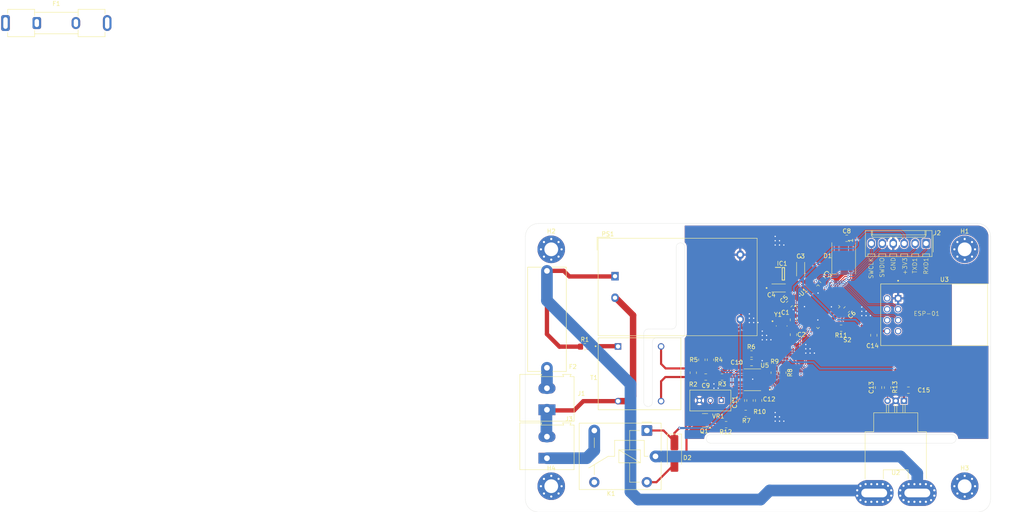
<source format=kicad_pcb>
(kicad_pcb (version 20240108) (generator "pcbnew") (generator_version "8.0")
  (layers (0 "F.Cu" signal) (31 "B.Cu" signal) (34 "B.Paste" user) (35 "F.Paste" user) (36 "B.SilkS" user "B.Silkscreen") (37 "F.SilkS" user "F.Silkscreen") (38 "B.Mask" user) (39 "F.Mask" user) (44 "Edge.Cuts" user))
  (net 0 "")
  (net 1 "GND")
  (net 2 "Net-(U1-PH0)")
  (net 3 "Net-(U1-PH1)")
  (net 4 "+3V3")
  (net 16 "SWDIO")
  (net 18 "RXD1")
  (net 34 "+5V")
  (net 36 "PIN_LED_RGB")
  (net 37 "Net-(C9-Pad1)")
  (net 38 "Net-(C9-Pad2)")
  (net 39 "Net-(U5-2OUT)")
  (net 40 "Net-(U5-2IN-)")
  (net 41 "Net-(C11-Pad2)")
  (net 42 "Net-(C11-Pad1)")
  (net 43 "Net-(U5-1IN-)")
  (net 44 "PIN_ZMPT101B")
  (net 45 "F{slash}N-1")
  (net 46 "F{slash}N-2")
  (net 47 "Net-(R1-Pad2)")
  (net 48 "Net-(U5-2IN+)")
  (net 49 "Net-(U5-1IN+)")
  (net 50 "PIN_ACS758")
  (net 51 "TXD1")
  (net 52 "SWCLK")
  (net 53 "NRST")
  (net 54 "Net-(D2-A)")
  (net 56 "Net-(Q1-B)")
  (net 57 "PIN_RELAY")
  (net 58 "Net-(J1-Pin_2)")
  (net 59 "F{slash}N-1 Borne")
  (net 60 "Net-(U2-IP-)")
  (net 65 "Net-(U2-VIOUT)")
  (net 70 "RXD6")
  (net 71 "TXD6")
  (footprint "Capacitor_SMD:C_0805_2012Metric" (layer "F.Cu") (at 202.9 75.95 -90)
    (property "Reference" "C14")
    (property "Value" "100nF")
  )
  (footprint "T491A105M025AG:CAPMP3216X180N" (layer "F.Cu") (at 180.8 64.977)
    (property "Reference" "C4")
    (property "Value" "1uF")
  )
  (footprint "Sensor_Current:Allegro_CB_PFF" (layer "F.Cu") (at 209.9 91.175 180)
    (property "Reference" "U2")
    (property "Value" "ACS758xCB-050B-PFF")
  )
  (footprint "SKRKAEE010:SKRK" (layer "F.Cu") (at 196.4 77 180)
    (property "Reference" "S2")
    (property "Value" "SKRKAEE010")
  )
  (footprint "LM358ADE4:SOIC127P599X175-8N" (layer "F.Cu") (at 174.71 86.29 180)
    (property "Reference" "U5")
    (property "Value" "LM358ADE4")
  )
  (footprint "ESP-01:MODULE_ESP-01" (layer "F.Cu") (at 216.9 71.19 -90)
    (property "Reference" "U3")
    (property "Value" "ESP-01")
  )
  (footprint "T491A105M025AG:CAPMP3216X180N" (layer "F.Cu") (at 185.9 60.6 -90)
    (property "Reference" "C3")
    (property "Value" "1uF")
  )
  (footprint "Resistor_SMD:R_0805_2012Metric_Pad1.20x1.40mm_HandSolder" (layer "F.Cu") (at 173.15 94.1 180)
    (property "Reference" "R7")
    (property "Value" "10K")
  )
  (footprint "Diode_SMD:D_SMA_Handsoldering" (layer "F.Cu") (at 156.6 103.4 -90)
    (property "Reference" "D2")
    (property "Value" "MRA4007T3G")
  )
  (footprint "Resistor_SMD:R_0805_2012Metric_Pad1.20x1.40mm_HandSolder" (layer "F.Cu") (at 206.1 88.1 90)
    (property "Reference" "R13")
    (property "Value" "10K")
  )
  (footprint "TerminalBlock:TerminalBlock_Altech_AK300-2_P5.00mm" (layer "F.Cu") (at 127 104.5 90)
    (property "Reference" "J3")
    (property "Value" "Screw_Terminal_01x02")
  )
  (footprint "Converter_ACDC:Converter_ACDC_Hi-Link_HLK-PMxx" (layer "F.Cu") (at 142.8025 62.2425)
    (property "Reference" "PS1")
    (property "Value" "HLK-PM01")
  )
  (footprint "Capacitor_SMD:C_0805_2012Metric_Pad1.18x1.45mm_HandSolder" (layer "F.Cu") (at 176.15 91.1 90)
    (property "Reference" "C12")
    (property "Value" "1nF")
  )
  (footprint "Resistor_SMD:R_0805_2012Metric_Pad1.20x1.40mm_HandSolder" (layer "F.Cu") (at 195.3 74.3 180)
    (property "Reference" "R11")
    (property "Value" "10K")
  )
  (footprint "Capacitor_SMD:C_0805_2012Metric" (layer "F.Cu") (at 184.24094 72.368 -90)
    (property "Reference" "C1")
    (property "Value" "5pF")
  )
  (footprint "Resistor_SMD:R_0805_2012Metric_Pad1.20x1.40mm_HandSolder" (layer "F.Cu") (at 181.77 84.65 -90)
    (property "Reference" "R8")
    (property "Value" "10K")
  )
  (footprint "3296W-OT1-103LF:TRIM_3296W-OT1-103LF" (layer "F.Cu") (at 164.94 91.1 180)
    (property "Reference" "VR1")
    (property "Value" "100K")
  )
  (footprint "Capacitor_SMD:C_0805_2012Metric_Pad1.18x1.45mm_HandSolder" (layer "F.Cu") (at 210.93 88.71 180)
    (property "Reference" "C15")
    (property "Value" "100nF")
  )
  (footprint "RT9080-33GJ5:SOT94P280X100-5N" (layer "F.Cu") (at 181.9 61.7)
    (property "Reference" "IC1")
    (property "Value" "RT9080-33GJ5")
  )
  (footprint "Capacitor_SMD:C_0805_2012Metric_Pad1.18x1.45mm_HandSolder" (layer "F.Cu") (at 174.5075 82.3)
    (property "Reference" "C10")
    (property "Value" "1nF")
  )
  (footprint "Connector_Molex:Molex_KK-254_AE-6410-06A_1x06_P2.54mm_Vertical" (layer "F.Cu") (at 215.03 54.64 180)
    (property "Reference" "J2")
    (property "Value" "Conn_01x06")
  )
  (footprint "Resistor_SMD:R_0805_2012Metric_Pad1.20x1.40mm_HandSolder" (layer "F.Cu") (at 135.8 78.6)
    (property "Reference" "R1")
    (property "Value" "820K")
  )
  (footprint "Capacitor_SMD:C_0805_2012Metric" (layer "F.Cu") (at 196.6 70 -135)
    (property "Reference" "C6")
    (property "Value" "100nF")
  )
  (footprint "Relay_THT:Relay_SPDT_Finder_36.11" (layer "F.Cu") (at 150.2 98.0675 -90)
    (property "Reference" "K1")
    (property "Value" "FINDER-36.11")
  )
  (footprint "Resistor_SMD:R_0805_2012Metric_Pad1.20x1.40mm_HandSolder" (layer "F.Cu") (at 174.15 91.1 -90)
    (property "Reference" "R10")
    (property "Value" "100K")
  )
  (footprint "MountingHole:MountingHole_3.2mm_M3_Pad_Via" (layer "F.Cu") (at 224 111)
    (property "Reference" "H3")
    (property "Value" "MountingHole_Pad")
  )
  (footprint "Resistor_SMD:R_0805_2012Metric_Pad1.20x1.40mm_HandSolder" (layer "F.Cu") (at 160.98 84.65 -90)
    (property "Reference" "R2")
    (property "Value" "100")
  )
  (footprint "Resistor_SMD:R_0805_2012Metric_Pad1.20x1.40mm_HandSolder" (layer "F.Cu") (at 168.6 96.7 180)
    (property "Reference" "R12")
    (property "Value" "10K")
  )
  (footprint "Resistor_SMD:R_0805_2012Metric_Pad1.20x1.40mm_HandSolder" (layer "F.Cu") (at 164.97 81.65 90)
    (property "Reference" "R4")
    (property "Value" "10K")
  )
  (footprint "Capacitor_SMD:C_0805_2012Metric" (layer "F.Cu") (at 196.60417 53.44137)
    (property "Reference" "C8")
    (property "Value" "100nF")
  )
  (footprint "Capacitor_SMD:C_0805_2012Metric_Pad1.18x1.45mm_HandSolder" (layer "F.Cu") (at 172.15 91.1 90)
    (property "Reference" "C11")
    (property "Value" "1uF")
  )
  (footprint "Resistor_SMD:R_0805_2012Metric_Pad1.20x1.40mm_HandSolder" (layer "F.Cu") (at 167.67 85.65 180)
    (property "Reference" "R3")
    (property "Value" "10K")
  )
  (footprint "TerminalBlock:TerminalBlock_Altech_AK300-2_P5.00mm" (layer "F.Cu") (at 127 93.25 90)
    (property "Reference" "J1")
    (property "Value" "Screw_Terminal_01x02")
  )
  (footprint "Package_DFN_QFN:QFN-48-1EP_7x7mm_P0.5mm_EP3.5x3.5mm" (layer "F.Cu") (at 189.93417 69.32 45)
    (property "Reference" "U1")
    (property "Value" "STM32F401CCU6")
  )
  (footprint "Resistor_SMD:R_0805_2012Metric_Pad1.20x1.40mm_HandSolder" (layer "F.Cu") (at 179.77 84.65 -90)
    (property "Reference" "R9")
    (property "Value" "10K")
  )
  (footprint "4628:FUSE_4628" (layer "F.Cu") (at 127 72.25 90)
    (property "Reference" "F2")
    (property "Value" "4628")
  )
  (footprint "Fuse:Fuseholder_Clip-5x20mm_Keystone_3512P_Inline_P23.62x7.27mm_D1.02x2.41x1.02x1.57mm_Horizontal" (layer "F.Cu") (at 1.275 3.455)
    (property "Reference" "F1")
    (property "Value" "Fuse")
  )
  (footprint "Capacitor_SMD:C_0805_2012Metric" (layer "F.Cu") (at 183.3 68.7 45)
    (property "Reference" "C5")
    (property "Value" "22uF 10V")
  )
  (footprint "MountingHole:MountingHole_3.2mm_M3_Pad_Via" (layer "F.Cu") (at 128 111)
    (property "Reference" "H4")
    (property "Value" "MountingHole_Pad")
  )
  (footprint "Capacitor_SMD:C_0805_2012Metric" (layer "F.Cu") (at 184.24094 75.8224 90)
    (property "Reference" "C2")
    (property "Value" "10pF")
  )
  (footprint "MountingHole:MountingHole_3.2mm_M3_Pad_Via" (layer "F.Cu") (at 128 56)
    (property "Reference" "H2")
    (property "Value" "MountingHole_Pad")
  )
  (footprint "Resistor_SMD:R_0805_2012Metric_Pad1.20x1.40mm_HandSolder" (layer "F.Cu") (at 174.5075 80.3 180)
    (property "Reference" "R6")
    (property "Value" "100K")
  )
  (footprint "MountingHole:MountingHole_3.2mm_M3_Pad_Via" (layer "F.Cu") (at 224 56)
    (property "Reference" "H1")
    (property "Value" "MountingHole_Pad")
  )
  (footprint "Package_TO_SOT_SMD:SOT-23" (layer "F.Cu") (at 163.7 95.7 180)
    (property "Reference" "Q1")
    (property "Value" "BC817")
  )
  (footprint "ZMPT101B:XFMR_ZMPT101B" (layer "F.Cu") (at 148.5 84.9)
    (property "Reference" "T1")
    (property "Value" "ZMPT101B")
  )
  (footprint "LED_SMD:LED_WS2812B_PLCC4_5.0x5.0mm_P3.2mm" (layer "F.Cu") (at 195.90317 58.08957 -90)
    (property "Reference" "D1")
    (property "Value" "WS2812B")
  )
  (footprint "Resistor_SMD:R_0805_2012Metric_Pad1.20x1.40mm_HandSolder" (layer "F.Cu") (at 162.97 81.65 90)
    (property "Reference" "R5")
    (property "Value" "10K")
  )
  (footprint "TSX-3225_25.0000MF10Z-W:XTAL_TSX-3225_25.0000MF10Z-W" (layer "F.Cu") (at 181.5 73.7904)
    (property "Reference" "Y1")
    (property "Value" "25Mhz")
  )
  (footprint "Capacitor_SMD:C_0805_2012Metric_Pad1.18x1.45mm_HandSolder" (layer "F.Cu") (at 204 88.1 90)
    (property "Reference" "C13")
    (property "Value" "270nF")
  )
  (footprint "Capacitor_SMD:C_0805_2012Metric" (layer "F.Cu") (at 190.97557 63.06797 -45)
    (property "Reference" "C7")
    (property "Value" "10pF")
  )
  (footprint "Capacitor_SMD:C_0805_2012Metric_Pad1.18x1.45mm_HandSolder" (layer "F.Cu") (at 163.87 85.65)
    (property "Reference" "C9")
    (property "Value" "1uF")
  )
  (gr_arc (start 149.5 75.5) (mid 149.792893 74.792893) (end 150.5 74.5) (stroke (width 0.05)) (layer "Edge.Cuts"))
  (gr_line (start 156 74.5) (end 151.5 74.5) (stroke (width 0.05)) (layer "Edge.Cuts"))
  (gr_line (start 157 55.5) (end 157 73.5) (stroke (width 0.05)) (layer "Edge.Cuts"))
  (gr_arc (start 157 73.5) (mid 156.707107 74.207107) (end 156 74.5) (stroke (width 0.05)) (layer "Edge.Cuts"))
  (gr_line (start 149.5 75.5) (end 149.5 91.5) (stroke (width 0.05)) (layer "Edge.Cuts"))
  (gr_line (start 165 99) (end 221 99) (stroke (width 0.05)) (layer "Edge.Cuts"))
  (gr_line (start 151.5 91.5) (end 151.5 77.5) (stroke (width 0.05)) (layer "Edge.Cuts"))
  (gr_line (start 152.5 76.5) (end 158 76.5) (stroke (width 0.05)) (layer "Edge.Cuts"))
  (gr_line (start 125 50) (end 227 50) (stroke (width 0.05)) (layer "Edge.Cuts"))
  (gr_line (start 221 101) (end 165 101) (stroke (width 0.05)) (layer "Edge.Cuts"))
  (gr_arc (start 151.5 77.5) (mid 151.792893 76.792893) (end 152.5 76.5) (stroke (width 0.05)) (layer "Edge.Cuts"))
  (gr_arc (start 159 75.5) (mid 158.707107 76.207107) (end 158 76.5) (stroke (width 0.05)) (layer "Edge.Cuts"))
  (gr_line (start 151.5 74.5) (end 150.5 74.5) (stroke (width 0.05)) (layer "Edge.Cuts"))
  (gr_arc (start 165 101) (mid 164 100) (end 165 99) (stroke (width 0.05)) (layer "Edge.Cuts"))
  (gr_arc (start 125 117) (mid 122.87868 116.12132) (end 122 114) (stroke (width 0.05)) (layer "Edge.Cuts"))
  (gr_arc (start 157 55.5) (mid 158 54.5) (end 159 55.5) (stroke (width 0.05)) (layer "Edge.Cuts"))
  (gr_line (start 122 114) (end 122 53) (stroke (width 0.05)) (layer "Edge.Cuts"))
  (gr_arc (start 122 53) (mid 122.87868 50.87868) (end 125 50) (stroke (width 0.05)) (layer "Edge.Cuts"))
  (gr_line (start 227 117) (end 125 117) (stroke (width 0.05)) (layer "Edge.Cuts"))
  (gr_arc (start 230 114) (mid 229.12132 116.12132) (end 227 117) (stroke (width 0.05)) (layer "Edge.Cuts"))
  (gr_arc (start 151.5 91.5) (mid 150.5 92.5) (end 149.5 91.5) (stroke (width 0.05)) (layer "Edge.Cuts"))
  (gr_arc (start 227 50) (mid 229.12132 50.87868) (end 230 53) (stroke (width 0.05)) (layer "Edge.Cuts"))
  (gr_arc (start 221 99) (mid 222 100) (end 221 101) (stroke (width 0.05)) (layer "Edge.Cuts"))
  (gr_line (start 230 53) (end 230 114) (stroke (width 0.05)) (layer "Edge.Cuts"))
  (gr_line (start 159 75.5) (end 159 55.5) (stroke (width 0.05)) (layer "Edge.Cuts"))
  (gr_text "TXD1\n" (at 213 61.7 90) (layer "F.SilkS") (effects (font (size 1 1) (thickness 0.1)) (justify left bottom)))
  (gr_text "SWDIO\n" (at 205.4 62.6 90) (layer "F.SilkS") (effects (font (size 1 1) (thickness 0.1)) (justify left bottom)))
  (gr_text "SWCLK\n" (at 202.85 62.9 90) (layer "F.SilkS") (effects (font (size 1 1) (thickness 0.1)) (justify left bottom)))
  (gr_text "GND\n" (at 208 61 90) (layer "F.SilkS") (effects (font (size 1 1) (thickness 0.1)) (justify left bottom)))
  (gr_text "ESP-01\n" (at 212.1 71.5 0) (layer "F.SilkS") (effects (font (size 1 1) (thickness 0.1)) (justify left bottom)))
  (gr_text "+3V3\n" (at 210.7 62 90) (layer "F.SilkS") (effects (font (size 1 1) (thickness 0.1)) (justify left bottom)))
  (gr_text "RXD1\n" (at 215.6 61.9 90) (layer "F.SilkS") (effects (font (size 1 1) (thickness 0.1)) (justify left bottom)))
  (via (at 179 77) (size 0.6) (drill 0.3) (layers "F.Cu" "B.Cu") (net 1))
  (via (at 175 73) (size 0.6) (drill 0.3) (layers "F.Cu" "B.Cu") (net 1))
  (via (at 166.77 88.25) (size 0.6) (drill 0.3) (layers "F.Cu" "B.Cu") (net 1))
  (via (at 201.1 70.4) (size 0.6) (drill 0.3) (layers "F.Cu" "B.Cu") (net 1))
  (via (at 202.1 71.4) (size 0.6) (drill 0.3) (layers "F.Cu" "B.Cu") (net 1))
  (via (at 177 75) (size 0.6) (drill 0.3) (layers "F.Cu" "B.Cu") (net 1))
  (via (at 176 73) (size 0.6) (drill 0.3) (layers "F.Cu" "B.Cu") (net 1))
  (via (at 200.1 71.4) (size 0.6) (drill 0.3) (layers "F.Cu" "B.Cu") (net 1))
  (via (at 178 77) (size 0.6) (drill 0.3) (layers "F.Cu" "B.Cu") (net 1))
  (via (at 200.1 70.4) (size 0.6) (drill 0.3) (layers "F.Cu" "B.Cu") (net 1))
  (via (at 187.1 79.1) (size 0.6) (drill 0.3) (layers "F.Cu" "B.Cu") (net 1))
  (via (at 201.1 71.4) (size 0.6) (drill 0.3) (layers "F.Cu" "B.Cu") (net 1))
  (via (at 177 77) (size 0.6) (drill 0.3) (layers "F.Cu" "B.Cu") (net 1))
  (via (at 180 54) (size 0.6) (drill 0.3) (layers "F.Cu" "B.Cu") (net 1))
  (via (at 174.77 86.15) (size 0.6) (drill 0.3) (layers "F.Cu" "B.Cu") (net 1))
  (via (at 181 95.9) (size 0.6) (drill 0.3) (layers "F.Cu" "B.Cu") (net 1))
  (via (at 180 94.9) (size 0.6) (drill 0.3) (layers "F.Cu" "B.Cu") (net 1))
  (via (at 187.1 80.1) (size 0.6) (drill 0.3) (layers "F.Cu" "B.Cu") (net 1))
  (via (at 181 94.9) (size 0.6) (drill 0.3) (layers "F.Cu" "B.Cu") (net 1))
  (via (at 165.77 88.25) (size 0.6) (drill 0.3) (layers "F.Cu" "B.Cu") (net 1))
  (via (at 174 72) (size 0.6) (drill 0.3) (layers "F.Cu" "B.Cu") (net 1))
  (via (at 180 93.9) (size 0.6) (drill 0.3) (layers "F.Cu" "B.Cu") (net 1))
  (via (at 189.1 80.1) (size 0.6) (drill 0.3) (layers "F.Cu" "B.Cu") (net 1))
  (via (at 165.77 87.25) (size 0.6) (drill 0.3) (layers "F.Cu" "B.Cu") (net 1))
  (via (at 178 76) (size 0.6) (drill 0.3) (layers "F.Cu" "B.Cu") (net 1))
  (via (at 189.950465 66.157258) (size 0.6) (drill 0.3) (layers "F.Cu" "B.Cu") (net 1))
  (via (at 175 72) (size 0.6) (drill 0.3) (layers "F.Cu" "B.Cu") (net 1))
  (via (at 181 55) (size 0.6) (drill 0.3) (layers "F.Cu" "B.Cu") (net 1))
  (via (at 188.1 80.1) (size 0.6) (drill 0.3) (layers "F.Cu" "B.Cu") (net 1))
  (via (at 193.050465 69.357258) (size 0.6) (drill 0.3) (layers "F.Cu" "B.Cu") (net 1))
  (via (at 189.9 72.4) (size 0.6) (drill 0.3) (layers "F.Cu" "B.Cu") (net 1))
  (via (at 174 71) (size 0.6) (drill 0.3) (layers "F.Cu" "B.Cu") (net 1))
  (via (at 176.97 81.85) (size 0.6) (drill 0.3) (layers "F.Cu" "B.Cu") (net 1))
  (via (at 184.2 70) (size 0.6) (drill 0.3) (layers "F.Cu" "B.Cu") (net 1))
  (via (at 186.8 69.3) (size 0.6) (drill 0.3) (layers "F.Cu" "B.Cu") (net 1))
  (via (at 187.1 78.1) (size 0.6) (drill 0.3) (layers "F.Cu" "B.Cu") (net 1))
  (via (at 188.1 79.1) (size 0.6) (drill 0.3) (layers "F.Cu" "B.Cu") (net 1))
  (via (at 185.7 66.8) (size 0.6) (drill 0.3) (layers "F.Cu" "B.Cu") (net 1))
  (via (at 180 53) (size 0.6) (drill 0.3) (layers "F.Cu" "B.Cu") (net 1))
  (via (at 174 73) (size 0.6) (drill 0.3) (layers "F.Cu" "B.Cu") (net 1))
  (via (at 180 95.9) (size 0.6) (drill 0.3) (layers "F.Cu" "B.Cu") (net 1))
  (via (at 177 76) (size 0.6) (drill 0.3) (layers "F.Cu" "B.Cu") (net 1))
  (via (at 181 54) (size 0.6) (drill 0.3) (layers "F.Cu" "B.Cu") (net 1))
  (via (at 182 95.9) (size 0.6) (drill 0.3) (layers "F.Cu" "B.Cu") (net 1))
  (via (at 180 94.9) (size 0.6) (drill 0.3) (layers "F.Cu" "B.Cu") (net 1))
  (via (at 182 55) (size 0.6) (drill 0.3) (layers "F.Cu" "B.Cu") (net 1))
  (via (at 200.1 69.4) (size 0.6) (drill 0.3) (layers "F.Cu" "B.Cu") (net 1))
  (via (at 180 55) (size 0.6) (drill 0.3) (layers "F.Cu" "B.Cu") (net 1))
  (segment (start 182.84394 73.7904) (end 181.675 73.7904) (width 0.2) (layer "F.Cu") (net 2))
  (segment (start 186.954552 71.229188) (end 186.964322 71.229188) (width 0.2) (layer "F.Cu") (net 2))
  (segment (start 184.83491 73.3282) (end 184.85554 73.3282) (width 0.2) (layer "F.Cu") (net 2))
  (segment (start 182.84394 73.7904) (end 183.29094 73.3434) (width 0.2) (layer "F.Cu") (net 2))
  (segment (start 184.85554 73.3282) (end 186.954552 71.229188) (width 0.2) (layer "F.Cu") (net 2))
  (segment (start 180.7 72.8154) (end 180.7 72.6904) (width 0.2) (layer "F.Cu") (net 2))
  (segment (start 181.675 73.7904) (end 180.7 72.8154) (width 0.2) (layer "F.Cu") (net 2))
  (segment (start 183.29094 73.3434) (end 184.81971 73.3434) (width 0.2) (layer "F.Cu") (net 2))
  (segment (start 182.318 74.8724) (end 182.3 74.8904) (width 0.3) (layer "F.Cu") (net 3))
  (segment (start 184.24094 74.8724) (end 182.318 74.8724) (width 0.3) (layer "F.Cu") (net 3))
  (segment (start 183.927302 74.973315) (end 187.317875 71.582742) (width 0.2) (layer "F.Cu") (net 3))
  (segment (start 195.2 72.4) (end 195.2 72.3426) (width 0.2) (layer "F.Cu") (net 4))
  (segment (start 184.39 60.76) (end 184.39 61.4) (width 0.5) (layer "F.Cu") (net 4))
  (segment (start 195.071473 69.814975) (end 195.928249 70.671751) (width 0.2) (layer "F.Cu") (net 4))
  (segment (start 184.332121 68.388619) (end 184.332121 67.628619) (width 0.2) (layer "F.Cu") (net 4))
  (segment (start 206 75) (end 202.9 75) (width 0.5) (layer "F.Cu") (net 4))
  (segment (start 196.3 74.3) (end 196.3 73.5) (width 0.2) (layer "F.Cu") (net 4))
  (segment (start 198.64137 53.44137) (end 199 53.8) (width 0.2) (layer "F.Cu") (net 4))
  (segment (start 191.672721 63.692362) (end 190.429145 64.935938) (width 0.2) (layer "F.Cu") (net 4))
  (segment (start 189.6 59.5) (end 190.6 59.5) (width 0.3) (layer "F.Cu") (net 4))
  (segment (start 186.5 59.5) (end 189.6 59.5) (width 0.5) (layer "F.Cu") (net 4))
  (segment (start 197.55417 53.44137) (end 198.64137 53.44137) (width 0.2) (layer "F.Cu") (net 4))
  (segment (start 184.768527 68.825025) (end 184.332121 68.388619) (width 0.2) (layer "F.Cu") (net 4))
  (segment (start 183.971751 68.028249) (end 184.3244 67.6756) (width 0.2) (layer "F.Cu") (net 4))
  (segment (start 190.6 59.5) (end 192.6556 61.5556) (width 0.3) (layer "F.Cu") (net 4))
  (segment (start 184.39 61.4) (end 183.15 62.64) (width 0.5) (layer "F.Cu") (net 4))
  (segment (start 191.647321 63.724279) (end 192.6556 62.716) (width 0.3) (layer "F.Cu") (net 4))
  (segment (start 184.3244 67.6756) (end 184.3244 66.0942) (width 0.2) (layer "F.Cu") (net 4))
  (segment (start 185.550108 68.825025) (end 185.550108 69.814975) (width 0.2) (layer "F.Cu") (net 4))
  (segment (start 183.15 60.76) (end 184.39 60.76) (width 0.5) (layer "F.Cu") (net 4))
  (segment (start 184.332121 67.628619) (end 184.353702 67.628619) (width 0.2) (layer "F.Cu") (net 4))
  (segment (start 196.3 73.5) (end 195.2 72.4) (width 0.2) (layer "F.Cu") (net 4))
  (segment (start 185.550108 68.825025) (end 184.768527 68.825025) (width 0.2) (layer "F.Cu") (net 4))
  (segment (start 197.55417 55.63857) (end 197.55317 55.63957) (width 0.2) (layer "F.Cu") (net 4))
  (segment (start 191.647321 63.739721) (end 191.647321 63.724279) (width 0.2) (layer "F.Cu") (net 4))
  (segment (start 197.55417 53.44137) (end 197.55417 55.63857) (width 0.2) (layer "F.Cu") (net 4))
  (segment (start 194.2426 72.3426) (end 195.2 72.3426) (width 0.3) (layer "F.Cu") (net 4))
  (segment (start 184.39 60.76) (end 185.9 59.25) (width 0.5) (layer "F.Cu") (net 4))
  (segment (start 192.6556 61.5556) (end 192.6556 62.716) (width 0.3) (layer "F.Cu") (net 4))
  (segment (start 194.318232 69.814975) (end 195.071473 69.814975) (width 0.2) (layer "F.Cu") (net 4))
  (segment (start 195.2 72.3426) (end 195.928249 71.614351) (width 0.3) (layer "F.Cu") (net 4))
  (segment (start 184.255921 67.552419) (end 184.332121 67.628619) (width 0.2) (layer "F.Cu") (net 4))
  (segment (start 201.3 75) (end 199.8 73.5) (width 0.5) (layer "F.Cu") (net 4))
  (segment (start 195.928249 71.614351) (end 195.928249 70.671751) (width 0.3) (layer "F.Cu") (net 4))
  (segment (start 202.9 75) (end 201.3 75) (width 0.5) (layer "F.Cu") (net 4))
  (via (at 199 53.8) (size 0.6) (drill 0.3) (layers "F.Cu" "B.Cu") (net 4))
  (via (at 189.6 59.5) (size 0.6) (drill 0.3) (layers "F.Cu" "B.Cu") (net 4))
  (via (at 184.3244 66.0942) (size 0.6) (drill 0.3) (layers "F.Cu" "B.Cu") (net 4))
  (via (at 194.2426 72.3426) (size 0.6) (drill 0.3) (layers "F.Cu" "B.Cu") (net 4))
  (via (at 199.8 73.5) (size 0.6) (drill 0.3) (layers "F.Cu" "B.Cu") (net 4))
  (segment (start 209.95 52.55) (end 209.2 51.8) (width 0.3) (layer "B.Cu") (net 4))
  (segment (start 209.2 51.8) (end 201 51.8) (width 0.3) (layer "B.Cu") (net 4))
  (segment (start 199 55) (end 199 53.8) (width 0.5) (layer "B.Cu") (net 4))
  (segment (start 186.503802 62.596198) (end 186.503802 64.603802) (width 0.5) (layer "B.Cu") (net 4))
  (segment (start 199.8 73.5) (end 198.6426 72.3426) (width 0.5) (layer "B.Cu") (net 4))
  (segment (start 198.2 55.8) (end 199 55) (width 0.5) (layer "B.Cu") (net 4))
  (segment (start 189.6 59.5) (end 193.3 55.8) (width 0.5) (layer "B.Cu") (net 4))
  (segment (start 189.6 59.5) (end 186.503802 62.596198) (width 0.5) (layer "B.Cu") (net 4))
  (segment (start 186.503802 62.596198) (end 184.3244 64.7756) (width 0.5) (layer "B.Cu") (net 4))
  (segment (start 184.3244 64.7756) (end 184.3244 66.0942) (width 0.5) (layer "B.Cu") (net 4))
  (segment (start 186.503802 64.603802) (end 194.2426 72.3426) (width 0.5) (layer "B.Cu") (net 4))
  (segment (start 201 51.8) (end 199 53.8) (width 0.3) (layer "B.Cu") (net 4))
  (segment (start 198.6426 72.3426) (end 194.2426 72.3426) (width 0.5) (layer "B.Cu") (net 4))
  (segment (start 193.3 55.8) (end 198.2 55.8) (width 0.5) (layer "B.Cu") (net 4))
  (segment (start 209.95 54.64) (end 209.95 52.55) (width 0.3) (layer "B.Cu") (net 4))
  (segment (start 191.61914 65.160157) (end 191.136252 65.643045) (width 0.2) (layer "F.Cu") (net 16))
  (segment (start 191.61914 64.994888) (end 191.61914 65.160157) (width 0.2) (layer "F.Cu") (net 16))
  (via (at 191.61914 64.994888) (size 0.6) (drill 0.3) (layers "F.Cu" "B.Cu") (net 16))
  (segment (start 195.1194 61.7) (end 198.354314 61.7) (width 0.2) (layer "B.Cu") (net 16))
  (segment (start 193.3 62.5) (end 194.3194 62.5) (width 0.2) (layer "B.Cu") (net 16))
  (segment (start 191.61914 64.994888) (end 192.1 64.514028) (width 0.2) (layer "B.Cu") (net 16))
  (segment (start 203.93 56.14) (end 204.87 55.2) (width 0.2) (layer "B.Cu") (net 16))
  (segment (start 194.553714 62.265685) (end 195.1194 61.7) (width 0.2) (layer "B.Cu") (net 16))
  (segment (start 192.1 63.7) (end 193.3 62.5) (width 0.2) (layer "B.Cu") (net 16))
  (segment (start 203.914314 56.14) (end 203.93 56.14) (width 0.2) (layer "B.Cu") (net 16))
  (segment (start 192.1 64.514028) (end 192.1 63.7) (width 0.2) (layer "B.Cu") (net 16))
  (segment (start 204.87 55.2) (end 204.87 54.64) (width 0.2) (layer "B.Cu") (net 16))
  (segment (start 198.354314 61.7) (end 203.914314 56.14) (width 0.2) (layer "B.Cu") (net 16))
  (segment (start 194.3194 62.5) (end 194.553714 62.265685) (width 0.2) (layer "B.Cu") (net 16))
  (segment (start 193.9 65.707723) (end 192.550465 67.057258) (width 0.2) (layer "F.Cu") (net 18))
  (segment (start 196.510022 62.966051) (end 196.044635 62.966051) (width 0.2) (layer "F.Cu") (net 18))
  (segment (start 196.044635 62.966051) (end 193.9 65.110686) (width 0.2) (layer "F.Cu") (net 18))
  (segment (start 193.9 65.110686) (end 193.9 65.707723) (width 0.2) (layer "F.Cu") (net 18))
  (via (at 196.510022 62.966051) (size 0.6) (drill 0.3) (layers "F.Cu" "B.Cu") (net 18))
  (segment (start 213.66 57.4) (end 215.03 56.03) (width 0.2) (layer "B.Cu") (net 18))
  (segment (start 198.219635 62.966051) (end 203.785686 57.4) (width 0.2) (layer "B.Cu") (net 18))
  (segment (start 203.785686 57.4) (end 213.66 57.4) (width 0.2) (layer "B.Cu") (net 18))
  (segment (start 215.03 56.03) (end 215.03 54.64) (width 0.2) (layer "B.Cu") (net 18))
  (segment (start 196.510022 62.966051) (end 198.219635 62.966051) (width 0.2) (layer "B.Cu") (net 18))
  (segment (start 162.97 79.05) (end 167.42 74.6) (width 0.5) (layer "F.Cu") (net 34))
  (segment (start 209.8925 91.1675) (end 209.9 91.175) (width 0.5) (layer "F.Cu") (net 34))
  (segment (start 156.68 100.68) (end 154.0675 98.0675) (width 0.5) (layer "F.Cu") (net 34))
  (segment (start 183.2 81.4) (end 180.14 81.4) (width 0.5) (layer "F.Cu") (net 34))
  (segment (start 167.42 74.6) (end 171.48 74.6) (width 0.5) (layer "F.Cu") (net 34))
  (segment (start 170.615 88.195) (end 169.97 87.55) (width 0.3) (layer "F.Cu") (net 34))
  (segment (start 209.8925 85.9925) (end 207.6 83.7) (width 0.5) (layer "F.Cu") (net 34))
  (segment (start 172.08 70.62) (end 177.723 64.977) (width 0.5) (layer "F.Cu") (net 34))
  (segment (start 171.48 74.6) (end 172.08 74) (width 0.5) (layer "F.Cu") (net 34))
  (segment (start 183.224265 81.424265) (end 183.2 81.4) (width 0.5) (layer "F.Cu") (net 34))
  (segment (start 209.8925 88.71) (end 209.8925 91.1675) (width 0.5) (layer "F.Cu") (net 34))
  (segment (start 179.45 61.035) (end 179.725 60.76) (width 0.3) (layer "F.Cu") (net 34))
  (segment (start 179.77 81.77) (end 179.424265 81.424265) (width 0.5) (layer "F.Cu") (net 34))
  (segment (start 156.6 98.65) (end 156.6 100.9) (width 0.5) (layer "F.Cu") (net 34))
  (segment (start 162.97 80.65) (end 162.97 79.05) (width 0.5) (layer "F.Cu") (net 34))
  (segment (start 179.424265 81.424265) (end 172.08 74.08) (width 0.5) (layer "F.Cu") (net 34))
  (segment (start 177.723 64.977) (end 179.0962 64.977) (width 0.5) (layer "F.Cu") (net 34))
  (segment (start 179.45 64.977) (end 179.45 63.84) (width 0.3) (layer "F.Cu") (net 34))
  (segment (start 179.45 63.84) (end 180.65 62.64) (width 0.3) (layer "F.Cu") (net 34))
  (segment (start 179.77 83.65) (end 179.77 81.77) (width 0.5) (layer "F.Cu") (net 34))
  (segment (start 179.45 63.84) (end 179.45 61.035) (width 0.3) (layer "F.Cu") (net 34))
  (segment (start 179.725 60.76) (end 180.65 60.76) (width 0.3) (layer "F.Cu") (net 34))
  (segment (start 180.14 81.4) (end 179.77 81.77) (width 0.5) (layer "F.Cu") (net 34))
  (segment (start 172.08 74) (end 172.08 70.62) (width 0.5) (layer "F.Cu") (net 34))
  (segment (start 154.0675 98.0675) (end 150.2 98.0675) (width 0.5) (layer "F.Cu") (net 34))
  (segment (start 209.8925 88.71) (end 209.8925 85.9925) (width 0.5) (layer "F.Cu") (net 34))
  (segment (start 157.75 97.5) (end 156.6 98.65) (width 0.5) (layer "F.Cu") (net 34))
  (segment (start 172.24 88.195) (end 170.615 88.195) (width 0.3) (layer "F.Cu") (net 34))
  (segment (start 172.08 74.08) (end 172.08 74) (width 0.5) (layer "F.Cu") (net 34))
  (via (at 157.75 97.5) (size 0.6) (drill 0.3) (layers "F.Cu" "B.Cu") (net 34))
  (via (at 183.224265 81.424265) (size 0.6) (drill 0.3) (layers "F.Cu" "B.Cu") (net 34))
  (via (at 207.6 83.7) (size 0.6) (drill 0.3) (layers "F.Cu" "B.Cu") (net 34))
  (via (at 169.97 87.55) (size 0.6) (drill 0.3) (layers "F.Cu" "B.Cu") (net 34))
  (segment (start 184 82.2) (end 188.9 82.2) (width 0.5) (layer "B.Cu") (net 34))
  (segment (start 183.224265 81.424265) (end 184 82.2) (width 0.5) (layer "B.Cu") (net 34))
  (segment (start 171.9 90.1) (end 171.9 72.26) (width 0.5) (layer "B.Cu") (net 34))
  (segment (start 190.4 83.7) (end 207.6 83.7) (width 0.5) (layer "B.Cu") (net 34))
  (segment (start 171.8 84) (end 169.97 85.83) (width 0.3) (layer "B.Cu") (net 34))
  (segment (start 164.5 97.5) (end 171.9 90.1) (width 0.5) (layer "B.Cu") (net 34))
  (segment (start 169.97 85.83) (end 169.97 87.55) (width 0.3) (layer "B.Cu") (net 34))
  (segment (start 157.75 97.5) (end 164.5 97.5) (width 0.5) (layer "B.Cu") (net 34))
  (segment (start 188.9 82.2) (end 190.4 83.7) (width 0.5) (layer "B.Cu") (net 34))
  (segment (start 171.9 72.26) (end 171.8825 72.2425) (width 0.5) (layer "B.Cu") (net 34))
  (segment (start 192.913788 67.410812) (end 197.55317 62.77143) (width 0.2) (layer "F.Cu") (net 36))
  (segment (start 192.904018 67.410812) (end 192.913788 67.410812) (width 0.2) (layer "F.Cu") (net 36))
  (segment (start 197.55317 62.77143) (end 197.55317 60.53957) (width 0.2) (layer "F.Cu") (net 36))
  (segment (start 154.5 85.65) (end 160.98 85.65) (width 0.5) (layer "F.Cu") (net 37))
  (segment (start 153.5 86.65) (end 154.5 85.65) (width 0.5) (layer "F.Cu") (net 37))
  (segment (start 162.8325 85.65) (end 160.98 85.65) (width 0.5) (layer "F.Cu") (net 37))
  (segment (start 153.5 91.25) (end 153.5 86.65) (width 0.5) (layer "F.Cu") (net 37))
  (segment (start 166.67 85.65) (end 164.9075 85.65) (width 0.5) (layer "F.Cu") (net 38))
  (segment (start 173.47 86.9) (end 173.495 86.925) (width 0.3) (layer "F.Cu") (net 39))
  (segment (start 167.48 91.1) (end 167.48 88.47) (width 0.3) (layer "F.Cu") (net 39))
  (segment (start 175.545 80.3375) (end 175.5075 80.3) (width 0.3) (layer "F.Cu") (net 39))
  (segment (start 175.545 84.275) (end 175.545 82.3) (width 0.3) (layer "F.Cu") (net 39))
  (segment (start 173.495 86.925) (end 173.77 86.65) (width 0.3) (layer "F.Cu") (net 39))
  (segment (start 173.77 86.65) (end 173.77 84.75) (width 0.3) (layer "F.Cu") (net 39))
  (segment (start 175.27 84.55) (end 175.545 84.275) (width 0.3) (layer "F.Cu") (net 39))
  (segment (start 175.5075 82.2625) (end 175.545 82.3) (width 0.3) (layer "F.Cu") (net 39))
  (segment (start 175.5075 80.3) (end 175.5075 82.2625) (width 0.3) (layer "F.Cu") (net 39))
  (segment (start 173.77 84.75) (end 173.97 84.55) (width 0.3) (layer "F.Cu") (net 39))
  (segment (start 167.48 88.47) (end 169.05 86.9) (width 0.3) (layer "F.Cu") (net 39))
  (segment (start 172.24 86.925) (end 173.495 86.925) (width 0.3) (layer "F.Cu") (net 39))
  (segment (start 169.05 86.9) (end 172.215 86.9) (width 0.3) (layer "F.Cu") (net 39))
  (segment (start 172.215 86.95) (end 172.24 86.925) (width 0.3) (layer "F.Cu") (net 39))
  (segment (start 173.97 84.55) (end 175.27 84.55) (width 0.3) (layer "F.Cu") (net 39))
  (segment (start 172.215 86.9) (end 172.24 86.925) (width 0.3) (layer "F.Cu") (net 39))
  (segment (start 173.47 82.3) (end 173.47 80.3375) (width 0.3) (layer "F.Cu") (net 40))
  (segment (start 171.109239 82.3) (end 173.47 82.3) (width 0.3) (layer "F.Cu") (net 40))
  (segment (start 173.47 82.3) (end 173.42 82.25) (width 0.3) (layer "F.Cu") (net 40))
  (segment (start 169.94 85.65) (end 168.67 85.65) (width 0.3) (layer "F.Cu") (net 40))
  (segment (start 173.47 80.3375) (end 173.5075 80.3) (width 0.3) (layer "F.Cu") (net 40))
  (segment (start 172.24 85.655) (end 169.945 85.655) (width 0.3) (layer "F.Cu") (net 40))
  (segment (start 168.67 84.739239) (end 168.67 85.65) (width 0.3) (layer "F.Cu") (net 40))
  (segment (start 169.945 85.655) (end 169.94 85.65) (width 0.3) (layer "F.Cu") (net 40))
  (segment (start 171.109239 82.3) (end 168.67 84.739239) (width 0.3) (layer "F.Cu") (net 40))
  (segment (start 164.94 91.99) (end 165.5 92.55) (width 0.3) (layer "F.Cu") (net 41))
  (segment (start 169.2375 90.0625) (end 172.15 90.0625) (width 0.3) (layer "F.Cu") (net 41))
  (segment (start 168.6 92.55) (end 169.05 92.1) (width 0.3) (layer "F.Cu") (net 41))
  (segment (start 169.05 92.1) (end 169.05 90.25) (width 0.3) (layer "F.Cu") (net 41))
  (segment (start 164.94 91.1) (end 164.94 91.99) (width 0.3) (layer "F.Cu") (net 41))
  (segment (start 165.5 92.55) (end 168.6 92.55) (width 0.3) (layer "F.Cu") (net 41))
  (segment (start 169.05 90.25) (end 169.2375 90.0625) (width 0.3) (layer "F.Cu") (net 41))
  (segment (start 172.15 93.6) (end 172.15 92.1375) (width 0.3) (layer "F.Cu") (net 42))
  (segment (start 176.15 92.1375) (end 178.3625 92.1375) (width 0.3) (layer "F.Cu") (net 43))
  (segment (start 179.9 90.6) (end 179.9 87.6) (width 0.3) (layer "F.Cu") (net 43))
  (segment (start 179.9 87.6) (end 179.225 86.925) (width 0.3) (layer "F.Cu") (net 43))
  (segment (start 174.15 92.1) (end 174.15 93.6) (width 0.3) (layer "F.Cu") (net 43))
  (segment (start 179.225 86.925) (end 177.18 86.925) (width 0.3) (layer "F.Cu") (net 43))
  (segment (start 174.1875 92.1375) (end 174.15 92.1) (width 0.3) (layer "F.Cu") (net 43))
  (segment (start 178.3625 92.1375) (end 179.9 90.6) (width 0.3) (layer "F.Cu") (net 43))
  (segment (start 176.15 92.1375) (end 174.1875 92.1375) (width 0.3) (layer "F.Cu") (net 43))
  (segment (start 189.439195 73.710805) (end 189.439195 73.704062) (width 0.2) (layer "F.Cu") (net 44))
  (segment (start 174.15 90.1) (end 176.1125 90.1) (width 0.3) (layer "F.Cu") (net 44))
  (segment (start 176.1125 90.1) (end 176.15 90.0625) (width 0.3) (layer "F.Cu") (net 44))
  (segment (start 179.095 88.195) (end 179.1 88.2) (width 0.3) (layer "F.Cu") (net 44))
  (segment (start 188.280935 75.501406) (end 188.280935 75.21856) (width 0.2) (layer "F.Cu") (net 44))
  (segment (start 176.15 89.225) (end 177.18 88.195) (width 0.3) (layer "F.Cu") (net 44))
  (segment (start 176.15 90.0625) (end 176.15 89.225) (width 0.3) (layer "F.Cu") (net 44))
  (segment (start 188.315248 74.834752) (end 189.439195 73.710805) (width 0.2) (layer "F.Cu") (net 44))
  (segment (start 188.315248 75.184247) (end 188.315248 74.834752) (width 0.2) (layer "F.Cu") (net 44))
  (segment (start 177.18 88.195) (end 179.095 88.195) (width 0.3) (layer "F.Cu") (net 44))
  (segment (start 188.280935 75.21856) (end 188.315248 75.184247) (width 0.2) (layer "F.Cu") (net 44))
  (via (at 188.280935 75.501406) (size 0.6) (drill 0.3) (layers "F.Cu" "B.Cu") (net 44))
  (via (at 179.1 88.2) (size 0.6) (drill 0.3) (layers "F.Cu" "B.Cu") (net 44))
  (segment (start 180.6 86.7) (end 179.1 88.2) (width 0.2) (layer "B.Cu") (net 44))
  (segment (start 188.280935 75.501406) (end 188.280935 75.519065) (width 0.2) (layer "B.Cu") (net 44))
  (segment (start 180.6 83.2) (end 180.6 86.7) (width 0.2) (layer "B.Cu") (net 44))
  (segment (start 188.280935 75.519065) (end 180.6 83.2) (width 0.2) (layer "B.Cu") (net 44))
  (segment (start 134.8 78.6) (end 129.9 78.6) (width 1) (layer "F.Cu") (net 45))
  (segment (start 130.9 61) (end 132.2 62.3) (width 1) (layer "F.Cu") (net 45))
  (segment (start 132.2 62.3) (end 142.745 62.3) (width 1) (layer "F.Cu") (net 45))
  (segment (start 129.9 78.6) (end 127 75.7) (width 1) (layer "F.Cu") (net 45))
  (segment (start 142.745 62.3) (end 142.8025 62.2425) (width 1) (layer "F.Cu") (net 45))
  (segment (start 127 75.7) (end 127 61) (width 1) (layer "F.Cu") (net 45))
  (segment (start 127 61) (end 130.9 61) (width 1) (layer "F.Cu") (net 45))
  (segment (start 146.4 87.3) (end 127 67.9) (width 2.70887) (layer "B.Cu") (net 45))
  (segment (start 202.415 112) (end 178.7 112) (width 2.70887) (layer "B.Cu") (net 45))
  (segment (start 146.4 112.3) (end 146.4 87.3) (width 2.70887) (layer "B.Cu") (net 45))
  (segment (start 127 67.9) (end 127 61) (width 2.70887) (layer "B.Cu") (net 45))
  (segment (start 148.2 114.1) (end 146.4 112.3) (width 2.70887) (layer "B.Cu") (net 45))
  (segment (start 176.6 114.1) (end 148.2 114.1) (width 2.70887) (layer "B.Cu") (net 45))
  (segment (start 178.7 112) (end 176.6 114.1) (width 2.70887) (layer "B.Cu") (net 45))
  (segment (start 202.99 112.575) (end 202.415 112) (width 2.70887) (layer "B.Cu") (net 45))
  (segment (start 143.5 91.25) (end 145.8 91.25) (width 1.5) (layer "F.Cu") (net 46))
  (segment (start 135.45 91.25) (end 133.3 93.4) (width 1) (layer "F.Cu") (net 46))
  (segment (start 145.8 91.25) (end 147 90.05) (width 1.5) (layer "F.Cu") (net 46))
  (segment (start 147 90.05) (end 147 71.3) (width 1.5) (layer "F.Cu") (net 46))
  (segment (start 127.15 93.4) (end 127 93.25) (width 1) (layer "F.Cu") (net 46))
  (segment (start 133.3 93.4) (end 127.15 93.4) (width 1) (layer "F.Cu") (net 46))
  (segment (start 147 71.3) (end 142.9425 67.2425) (width 1.5) (layer "F.Cu") (net 46))
  (segment (start 142.9425 67.2425) (end 142.8025 67.2425) (width 1.5) (layer "F.Cu") (net 46))
  (segment (start 143.5 91.25) (end 135.45 91.25) (width 1) (layer "F.Cu") (net 46))
  (segment (start 127 93.25) (end 127 94) (width 2.70887) (layer "B.Cu") (net 46))
  (segment (start 126.88 93.37) (end 127 93.25) (width 2.70887) (layer "B.Cu") (net 46))
  (segment (start 126.88 99.38) (end 126.88 93.37) (width 2.70887) (layer "B.Cu") (net 46))
  (segment (start 127 99.5) (end 126.88 99.38) (width 2.70887) (layer "B.Cu") (net 46))
  (segment (start 143.45 78.5) (end 143.5 78.55) (width 1) (layer "F.Cu") (net 47))
  (segment (start 136.9 78.5) (end 143.45 78.5) (width 1) (layer "F.Cu") (net 47))
  (segment (start 143.5 78.55) (end 143.6 78.65) (width 1) (layer "F.Cu") (net 47))
  (segment (start 136.8 78.6) (end 136.9 78.5) (width 1) (layer "F.Cu") (net 47))
  (segment (start 162.97 82.65) (end 161.97 83.65) (width 0.3) (layer "F.Cu") (net 48))
  (segment (start 153.5 82.6) (end 153.5 78.55) (width 0.5) (layer "F.Cu") (net 48))
  (segment (start 163.97 83.65) (end 163.87 83.65) (width 0.3) (layer "F.Cu") (net 48))
  (segment (start 164.97 83.65) (end 163.87 83.65) (width 0.3) (layer "F.Cu") (net 48))
  (segment (start 164.97 82.65) (end 163.97 83.65) (width 0.3) (layer "F.Cu") (net 48))
  (segment (start 154.55 83.65) (end 153.5 82.6) (width 0.5) (layer "F.Cu") (net 48))
  (segment (start 170.475 84.385) (end 170.44 84.35) (width 0.3) (layer "F.Cu") (net 48))
  (segment (start 165.07 83.65) (end 164.97 83.65) (width 0.3) (layer "F.Cu") (net 48))
  (segment (start 172.24 84.385) (end 170.475 84.385) (width 0.3) (layer "F.Cu") (net 48))
  (segment (start 163.87 83.65) (end 161.97 83.65) (width 0.3) (layer "F.Cu") (net 48))
  (segment (start 161.97 83.65) (end 160.98 83.65) (width 0.3) (layer "F.Cu") (net 48))
  (segment (start 160.98 83.65) (end 154.55 83.65) (width 0.5) (layer "F.Cu") (net 48))
  (segment (start 167.27 83.65) (end 164.97 83.65) (width 0.3) (layer "F.Cu") (net 48))
  (via (at 167.27 83.65) (size 0.6) (drill 0.3) (layers "F.Cu" "B.Cu") (net 48))
  (via (at 170.44 84.35) (size 0.6) (drill 0.3) (layers "F.Cu" "B.Cu") (net 48))
  (segment (start 167.27 83.65) (end 167.97 84.35) (width 0.3) (layer "B.Cu") (net 48))
  (segment (start 167.97 84.35) (end 170.44 84.35) (width 0.3) (layer "B.Cu") (net 48))
  (segment (start 179.77 85.65) (end 177.185 85.65) (width 0.3) (layer "F.Cu") (net 49))
  (segment (start 181.77 85.65) (end 179.77 85.65) (width 0.3) (layer "F.Cu") (net 49))
  (segment (start 177.185 85.65) (end 177.18 85.655) (width 0.3) (layer "F.Cu") (net 49))
  (segment (start 187.799926 74.527434) (end 187.908717 74.527434) (width 0.2) (layer "F.Cu") (net 50))
  (segment (start 205.3 84.8) (end 187.4 84.8) (width 0.3) (layer "F.Cu") (net 50))
  (segment (start 206.1 87.1) (end 206.1 85.6) (width 0.3) (layer "F.Cu") (net 50))
  (segment (start 184.175735 81.575735) (end 184.175735 78.724265) (width 0.3) (layer "F.Cu") (net 50))
  (segment (start 206.1 87.1) (end 204.0375 87.1) (width 0.3) (layer "F.Cu") (net 50))
  (segment (start 206.1 85.6) (end 205.3 84.8) (width 0.3) (layer "F.Cu") (net 50))
  (segment (start 187.4 84.8) (end 184.175735 81.575735) (width 0.3) (layer "F.Cu") (net 50))
  (segment (start 204.0375 87.1) (end 204 87.0625) (width 0.3) (layer "F.Cu") (net 50))
  (segment (start 187.908717 74.527434) (end 189.085642 73.350509) (width 0.2) (layer "F.Cu") (net 50))
  (via (at 187.799926 74.527434) (size 0.6) (drill 0.3) (layers "F.Cu" "B.Cu") (net 50))
  (via (at 184.175735 78.724265) (size 0.6) (drill 0.3) (layers "F.Cu" "B.Cu") (net 50))
  (segment (start 184.175735 78.775735) (end 184.175735 78.724265) (width 0.2) (layer "B.Cu") (net 50))
  (segment (start 187.799926 74.527434) (end 187.799926 75.100074) (width 0.2) (layer "B.Cu") (net 50))
  (segment (start 187.799926 75.100074) (end 184.175735 78.724265) (width 0.2) (layer "B.Cu") (net 50))
  (segment (start 196.95317 62.3) (end 196.145 62.3) (width 0.2) (layer "F.Cu") (net 51))
  (segment (start 196.145 62.3) (end 193.424762 65.020238) (width 0.2) (layer "F.Cu") (net 51))
  (segment (start 193.424762 65.475855) (end 192.196912 66.703705) (width 0.2) (layer "F.Cu") (net 51))
  (segment (start 193.424762 65.020238) (end 193.424762 65.475855) (width 0.2) (layer "F.Cu") (net 51))
  (via (at 196.95317 62.3) (size 0.6) (drill 0.3) (layers "F.Cu" "B.Cu") (net 51))
  (segment (start 212.49 55.92) (end 212.49 54.64) (width 0.2) (layer "B.Cu") (net 51))
  (segment (start 203.62 57) (end 211.41 57) (width 0.2) (layer "B.Cu") (net 51))
  (segment (start 196.95317 62.3) (end 198.32 62.3) (width 0.2) (layer "B.Cu") (net 51))
  (segment (start 198.32 62.3) (end 203.62 57) (width 0.2) (layer "B.Cu") (net 51))
  (segment (start 211.41 57) (end 212.49 55.92) (width 0.2) (layer "B.Cu") (net 51))
  (segment (start 189.34 63.42) (end 188.92 63.84) (width 0.2) (layer "F.Cu") (net 52))
  (segment (start 188.92 63.84) (end 188.92 64.416743) (width 0.2) (layer "F.Cu") (net 52))
  (segment (start 188.92 64.416743) (end 189.439195 64.935938) (width 0.2) (layer "F.Cu") (net 52))
  (via (at 189.34 63.42) (size 0.6) (drill 0.3) (layers "F.Cu" "B.Cu") (net 52))
  (segment (start 194.153714 62.1) (end 194.953714 61.3) (width 0.2) (layer "B.Cu") (net 52))
  (segment (start 194.953714 61.3) (end 198.188628 61.3) (width 0.2) (layer "B.Cu") (net 52))
  (segment (start 202.33 57.158628) (end 202.33 54.64) (width 0.2) (layer "B.Cu") (net 52))
  (segment (start 189.34 63.42) (end 190.66 62.1) (width 0.2) (layer "B.Cu") (net 52))
  (segment (start 190.66 62.1) (end 194.153714 62.1) (width 0.2) (layer "B.Cu") (net 52))
  (segment (start 198.188628 61.3) (end 202.33 57.158628) (width 0.2) (layer "B.Cu") (net 52))
  (segment (start 188.4155 76.4845) (end 186.5088 74.5778) (width 0.2) (layer "F.Cu") (net 53))
  (segment (start 194.3012 74.6378) (end 194.3012 76.9988) (width 0.2) (layer "F.Cu") (net 53))
  (segment (start 186.5088 73.098923) (end 187.671428 71.936295) (width 0.2) (layer "F.Cu") (net 53))
  (segment (start 194.3 77) (end 188.931 77) (width 0.2) (layer "F.Cu") (net 53))
  (segment (start 186.5088 74.5778) (end 186.5088 73.098923) (width 0.2) (layer "F.Cu") (net 53))
  (segment (start 194.3012 76.9988) (end 194.3 77) (width 0.2) (layer "F.Cu") (net 53))
  (segment (start 188.931 77) (end 188.4155 76.4845) (width 0.2) (layer "F.Cu") (net 53))
  (segment (start 162.7625 95.7) (end 161.6 95.7) (width 0.5) (layer "F.Cu") (net 54))
  (segment (start 150.2 110.0675) (end 152.4325 110.0675) (width 0.5) (layer "F.Cu") (net 54))
  (segment (start 159.4 103.1) (end 156.6 105.9) (width 0.5) (layer "F.Cu") (net 54))
  (segment (start 159.4 97.9) (end 159.4 103.1) (width 0.5) (layer "F.Cu") (net 54))
  (segment (start 152.4325 110.0675) (end 156.6 105.9) (width 0.5) (layer "F.Cu") (net 54))
  (segment (start 161.6 95.7) (end 159.4 97.9) (width 0.5) (layer "F.Cu") (net 54))
  (segment (start 150.2325 110.1) (end 150.2 110.0675) (width 0.3) (layer "F.Cu") (net 54))
  (segment (start 167.6 96.7) (end 167.55 96.65) (width 0.3) (layer "F.Cu") (net 56))
  (segment (start 167.55 96.65) (end 164.6375 96.65) (width 0.3) (layer "F.Cu") (net 56))
  (segment (start 187 83) (end 187 81.6) (width 0.2) (layer "F.Cu") (net 57))
  (segment (start 185.9088 80.5088) (end 185.9088 74) (width 0.2) (layer "F.Cu") (net 57))
  (segment (start 186 95) (end 186 85) (width 0.2) (layer "F.Cu") (net 57))
  (segment (start 169.6 96.7) (end 184.3 96.7) (width 0.2) (layer "F.Cu") (net 57))
  (segment (start 186.547373 64.165436) (end 188.378535 65.996598) (width 0.2) (layer "F.Cu") (net 57))
  (segment (start 169.5625 96.7375) (end 169.6 96.7) (width 0.2) (layer "F.Cu") (net 57))
  (segment (start 184.3 96.7) (end 186 95) (width 0.2) (layer "F.Cu") (net 57))
  (segment (start 185.853803 64.165436) (end 186.547373 64.165436) (width 0.2) (layer "F.Cu") (net 57))
  (segment (start 187 81.6) (end 185.9088 80.5088) (width 0.2) (layer "F.Cu") (net 57))
  (via (at 186 85) (size 0.6) (drill 0.3) (layers "F.Cu" "B.Cu") (net 57))
  (via (at 187 83) (size 0.6) (drill 0.3) (layers "F.Cu" "B.Cu") (net 57))
  (via (at 185.853803 64.165436) (size 0.6) (drill 0.3) (layers "F.Cu" "B.Cu") (net 57))
  (via (at 185.9088 74) (size 0.6) (drill 0.3) (layers "F.Cu" "B.Cu") (net 57))
  (segment (start 185.9088 74) (end 184.9244 73.0156) (width 0.2) (layer "B.Cu") (net 57))
  (segment (start 184.9244 65.094839) (end 185.853803 64.165436) (width 0.2) (layer "B.Cu") (net 57))
  (segment (start 186 85) (end 186 84) (width 0.2) (layer "B.Cu") (net 57))
  (segment (start 186 84) (end 187 83) (width 0.2) (layer "B.Cu") (net 57))
  (segment (start 184.9244 73.0156) (end 184.9244 65.094839) (width 0.2) (layer "B.Cu") (net 57))
  (segment (start 127 83.5) (end 127 88.25) (width 2.70887) (layer "B.Cu") (net 58))
  (segment (start 127 104.5) (end 136.2 104.5) (width 2.70887) (layer "B.Cu") (net 59))
  (segment (start 137.99113 102.70887) (end 137.99113 98.0675) (width 2.70887) (layer "B.Cu") (net 59))
  (segment (start 136.2 104.5) (end 137.99113 102.70887) (width 2.70887) (layer "B.Cu") (net 59))
  (segment (start 152.2325 104.1) (end 209.1 104.1) (width 2.70887) (layer "B.Cu") (net 60))
  (segment (start 152.2 104.0675) (end 152.2325 104.1) (width 2.70887) (layer "B.Cu") (net 60))
  (segment (start 212.99 107.99) (end 212.99 112.575) (width 2.70887) (layer "B.Cu") (net 60))
  (segment (start 209.1 104.1) (end 212.99 107.99) (width 2.70887) (layer "B.Cu") (net 60))
  (segment (start 206.08 89.22) (end 206.08 91.175) (width 0.2) (layer "F.Cu") (net 65))
  (segment (start 206.1 89.1) (end 206.1 89.2) (width 0.2) (layer "F.Cu") (net 65))
  (segment (start 206.1 89.2) (end 206.08 89.22) (width 0.2) (layer "F.Cu") (net 65))
  (segment (start 192.5 64.14853) (end 193.224265 63.424265) (width 0.2) (layer "F.Cu") (net 70))
  (segment (start 191.489805 65.996598) (end 192.5 64.986403) (width 0.2) (layer "F.Cu") (net 70))
  (segment (start 192.5 64.986403) (end 192.5 64.14853) (width 0.2) (layer "F.Cu") (net 70))
  (via (at 193.224265 63.424265) (size 0.6) (drill 0.3) (layers "F.Cu" "B.Cu") (net 70))
  (segment (start 207.486 68.866) (end 208.54 69.92) (width 0.2) (layer "B.Cu") (net 70))
  (segment (start 193.24853 63.4) (end 196.095442 63.4) (width 0.2) (layer "B.Cu") (net 70))
  (segment (start 196.095442 63.4) (end 201.561442 68.866) (width 0.2) (layer "B.Cu") (net 70))
  (segment (start 193.224265 63.424265) (end 193.24853 63.4) (width 0.2) (layer "B.Cu") (net 70))
  (segment (start 201.561442 68.866) (end 207.486 68.866) (width 0.2) (layer "B.Cu") (net 70))
  (segment (start 192.60867 65.591329) (end 192.2 66) (width 0.2) (layer "F.Cu") (net 71))
  (segment (start 192.2 66) (end 191.826448 66.373552) (width 0.2) (layer "F.Cu") (net 71))
  (segment (start 192.9 65.3) (end 192.608671 65.591329) (width 0.2) (layer "F.Cu") (net 71))
  (segment (start 192.9 64.5) (end 192.9 65.3) (width 0.2) (layer "F.Cu") (net 71))
  (segment (start 192.608671 65.591329) (end 192.60867 65.591329) (width 0.2) (layer "F.Cu") (net 71))
  (segment (start 191.883463 66.350152) (end 191.843358 66.350152) (width 0.2) (layer "F.Cu") (net 71))
  (segment (start 193.298235 64.298235) (end 193.101765 64.298235) (width 0.2) (layer "F.Cu") (net 71))
  (segment (start 193.101765 64.298235) (end 192.9 64.5) (width 0.2) (layer "F.Cu") (net 71))
  (via (at 193.298235 64.298235) (size 0.6) (drill 0.3) (layers "F.Cu" "B.Cu") (net 71))
  (segment (start 193.298235 64.298235) (end 195.846764 64.298235) (width 0.2) (layer "B.Cu") (net 71))
  (segment (start 202.954529 71.406) (end 207.486 71.406) (width 0.2) (layer "B.Cu") (net 71))
  (segment (start 195.846764 64.298235) (end 202.954529 71.406) (width 0.2) (layer "B.Cu") (net 71))
  (segment (start 207.486 71.406) (end 208.54 72.46) (width 0.2) (layer "B.Cu") (net 71))
  (zone (net 0) (net_name "") (layers "F&B.Cu") (name "NO_GND") (connect_pads (clearance 0)) (min_thickness 0.125)
    (keepout (tracks allowed) (vias allowed) (pads allowed) (copperpour not_allowed) (footprints allowed))
    (fill (thermal_gap 0.5) (thermal_bridge_width 0.5))
    (polygon (pts (xy 221 64) (xy 221 78.4) (xy 230 78.4) (xy 230 64)))
  )
  (zone (net 1) (net_name "GND") (layers "F&B.Cu") (connect_pads (clearance 0.125)) (min_thickness 0.125) (fill yes (thermal_gap 0.5) (thermal_bridge_width 0.5))
    (polygon (pts (xy 230 50) (xy 159 50) (xy 159 100) (xy 230 100)))
  )
)
</source>
